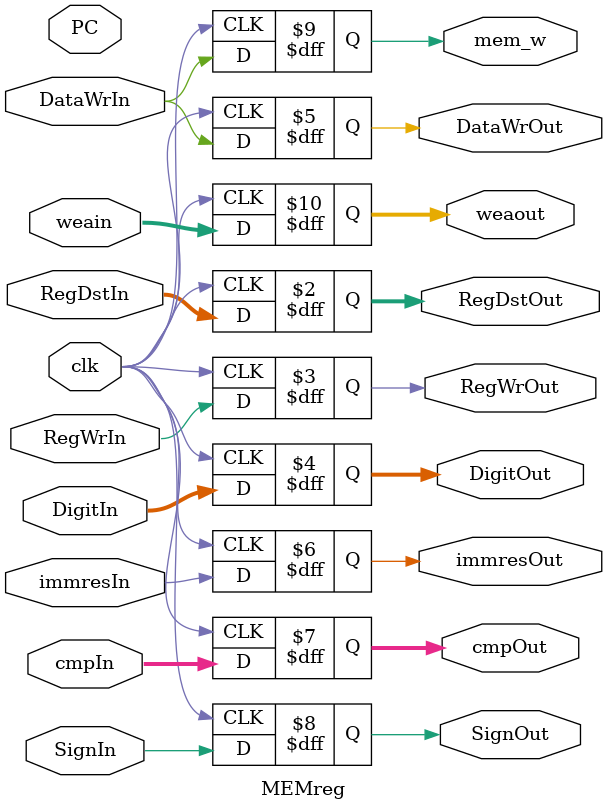
<source format=v>
`include "define.v"
module MEMreg(
        input clk,            //时钟脉冲
        input [1:0] RegDstIn, //Rd输入数据来源
        input  RegWrIn,       //Rd写使能信号
        input [1:0] DigitIn,  //读写位数
        input  DataWrIn,      //存储器写使能
        input  immresIn,      //rd是否选择imm直接作为数据
        input [1:0] cmpIn,
        input  SignIn, 
        output reg[1:0] RegDstOut, //Rd输入数据来源
        output reg RegWrOut,       //Rd写使能信号
        output reg[1:0] DigitOut,  //读写位数
        output reg DataWrOut,      //存储器写使能
        output reg immresOut,      //rd是否选择imm直接作为数据
        output reg [1:0] cmpOut,
        output reg SignOut,
        output reg mem_w,
        input [3:0] weain,
        output reg [3:0] weaout,
        input [31:0] PC
    );

    always @(negedge clk) begin
        RegDstOut <= RegDstIn;
        RegWrOut <= RegWrIn;
        DigitOut <= DigitIn;
        DataWrOut <= DataWrIn;
        immresOut <= immresIn;
        cmpOut <= cmpIn;
        SignOut<=SignIn;
        mem_w<=DataWrIn;
        weaout<=weain;
        $display("PC:%h wea:%h",PC,weain);
    end
endmodule
</source>
